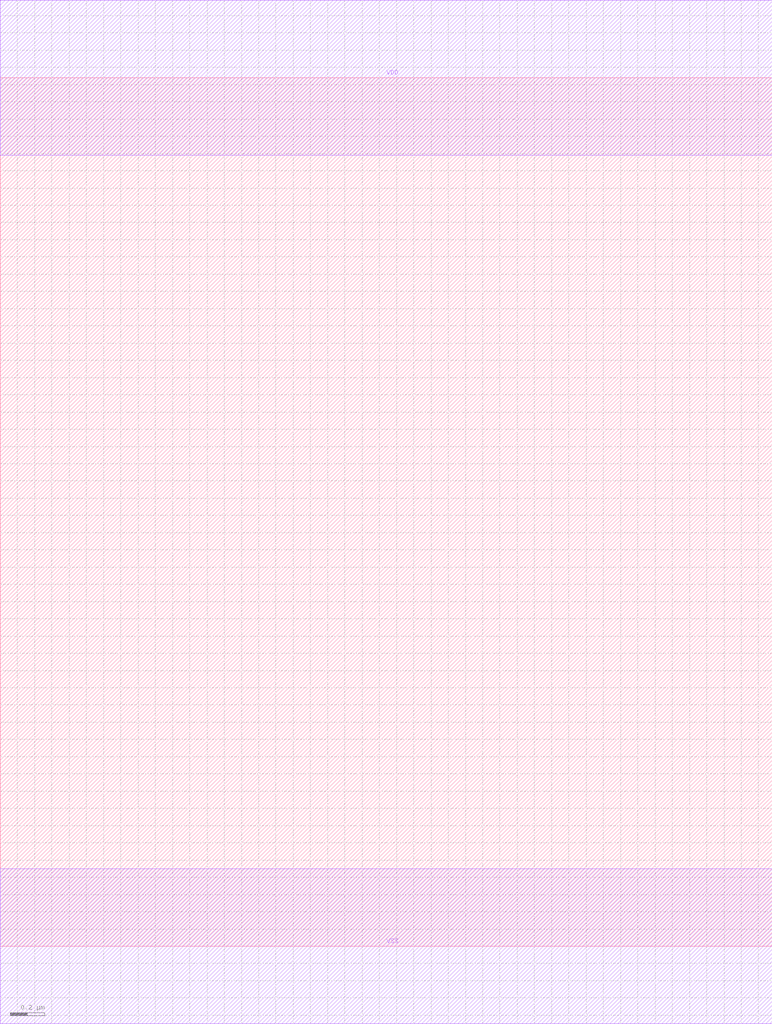
<source format=lef>
# Copyright 2022 GlobalFoundries PDK Authors
#
# Licensed under the Apache License, Version 2.0 (the "License");
# you may not use this file except in compliance with the License.
# You may obtain a copy of the License at
#
#      http://www.apache.org/licenses/LICENSE-2.0
#
# Unless required by applicable law or agreed to in writing, software
# distributed under the License is distributed on an "AS IS" BASIS,
# WITHOUT WARRANTIES OR CONDITIONS OF ANY KIND, either express or implied.
# See the License for the specific language governing permissions and
# limitations under the License.

MACRO gf180mcu_fd_sc_mcu9t5v0__fill_8
  CLASS core SPACER ;
  FOREIGN gf180mcu_fd_sc_mcu9t5v0__fill_8 0.0 0.0 ;
  ORIGIN 0 0 ;
  SYMMETRY X Y ;
  SITE GF018hv5v_green_sc9 ;
  SIZE 4.48 BY 5.04 ;
  PIN VDD
    DIRECTION INOUT ;
    USE power ;
    SHAPE ABUTMENT ;
    PORT
      LAYER METAL1 ;
        POLYGON 0 4.59 4.48 4.59 4.48 5.49 0 5.49  ;
    END
  END VDD
  PIN VSS
    DIRECTION INOUT ;
    USE ground ;
    SHAPE ABUTMENT ;
    PORT
      LAYER METAL1 ;
        POLYGON 0 -0.45 4.48 -0.45 4.48 0.45 0 0.45  ;
    END
  END VSS
END gf180mcu_fd_sc_mcu9t5v0__fill_8

</source>
